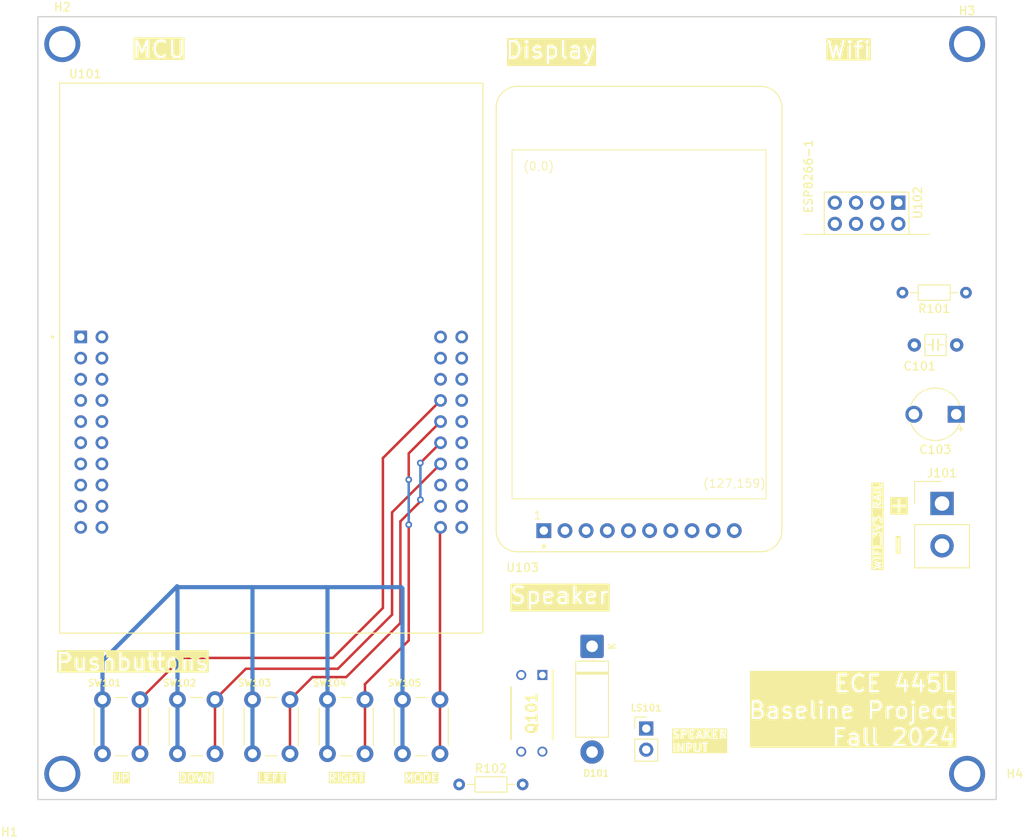
<source format=kicad_pcb>
(kicad_pcb (version 20241229) (generator "pcbnew") (generator_version "9.0")
  (title_block (title "ECE 445L Baseline Project") (date "2024-08-07") (rev "v1.0.1") (company "The University of Texas at Austin"))
  (layers (0 "F.Cu" signal) (2 "B.Cu" signal) (13 "F.Paste" user) (15 "B.Paste" user) (5 "F.SilkS" user "F.Silkscreen") (7 "B.SilkS" user "B.Silkscreen") (1 "F.Mask" user) (3 "B.Mask" user) (25 "Edge.Cuts" user))
  (net 0 "")
  (net 1 "/WIFI_3V3")
  (net 2 "GND")
  (net 3 "+3V3")
  (net 4 "Net-(D101-A)")
  (net 5 "Net-(U102-Ch_PD)")
  (net 7 "+5V")
  (net 8 "PB1")
  (net 9 "PC4")
  (net 10 "PC7")
  (net 11 "PC6")
  (net 12 "PC5")
  (net 13 "PF4")
  (net 14 "PA4")
  (net 15 "PD0")
  (net 16 "PB0")
  (net 17 "PE5")
  (net 18 "PE2")
  (net 19 "PB7")
  (net 20 "PD3")
  (net 21 "PA3")
  (net 22 "PE0")
  (net 23 "PD6")
  (net 24 "PB2")
  (net 25 "PA6")
  (net 26 "PE1")
  (net 27 "PD7")
  (net 28 "PA7")
  (net 29 "PE3")
  (net 30 "Net-(Q101-G)")
  (net 31 "PE4")
  (net 32 "PB5")
  (net 33 "PD2")
  (net 34 "PB6")
  (net 35 "PD1")
  (net 36 "PF3")
  (net 37 "PF0")
  (net 38 "PF2")
  (net 39 "PB3")
  (net 40 "PB4")
  (net 41 "PA2")
  (net 42 "PF1")
  (net 43 "PA5")
  (footprint "ECE445L:MountingHole_4_40" (layer "F.Cu") (at 143.51 34.29)
    (property "Reference" "H3" (at 0 -4 0) (layer "F.SilkS"))
    (property "Value" "~")
    (pad "1" thru_hole circle (at 0 0) (size 4.318 4.318) (drill 3.175) (layers "*.Cu" "*.Mask"))
  )
  (footprint "ECE445L:CP_Radial_Tantal200mil" (layer "F.Cu") (at 142.2 78.74 180)
    (property "Reference" "C103" (at 2.5 -4.25 180) (layer "F.SilkS"))
    (property "Value" "4.7uF")
    (fp_line (start -0.539749 -2.055) (end -0.539749 -1.455) (stroke (width 0.12)) (layer "F.SilkS"))
    (fp_line (start -0.839749 -1.755) (end -0.239749 -1.755) (stroke (width 0.12)) (layer "F.SilkS"))
    (fp_arc (start 5.434416 1.0922) (mid 2.5 3.1522) (end -0.434416 1.0922) (stroke (width 0.12)) (layer "F.SilkS"))
    (fp_arc (start -0.434416 -1.0922) (mid 2.5 -3.1522) (end 5.434416 -1.0922) (stroke (width 0.12)) (layer "F.SilkS"))
    (pad "1" thru_hole rect (at 0 0 180) (size 2.032 2.032) (drill 1.27) (layers "*.Cu" "*.Mask") (net 1 "/WIFI_3V3"))
    (pad "2" thru_hole circle (at 5.08 0 180) (size 2.032 2.032) (drill 1.27) (layers "*.Cu" "*.Mask") (net 2 "GND"))
  )
  (footprint "ECE445L:R_Axial_DIN0204_L3.6mm_D1.6mm_P7.62mm_Horizontal" (layer "F.Cu") (at 82.55 123.19)
    (property "Reference" "R102" (at 3.81 -1.92 0) (layer "F.SilkS"))
    (property "Value" "10k")
    (fp_line (start 0.94 0) (end 1.89 0) (stroke (width 0.12)) (layer "F.SilkS"))
    (fp_line (start 1.89 -0.92) (end 1.89 0.92) (stroke (width 0.12)) (layer "F.SilkS"))
    (fp_line (start 1.89 0.92) (end 5.73 0.92) (stroke (width 0.12)) (layer "F.SilkS"))
    (fp_line (start 5.73 -0.92) (end 1.89 -0.92) (stroke (width 0.12)) (layer "F.SilkS"))
    (fp_line (start 5.73 0.92) (end 5.73 -0.92) (stroke (width 0.12)) (layer "F.SilkS"))
    (fp_line (start 6.68 0) (end 5.73 0) (stroke (width 0.12)) (layer "F.SilkS"))
    (pad "1" thru_hole circle (at 0 0) (size 1.4 1.4) (drill 0.7) (layers "*.Cu" "*.Mask") (net 8 "PB1"))
    (pad "2" thru_hole oval (at 7.62 0) (size 1.4 1.4) (drill 0.7) (layers "*.Cu" "*.Mask") (net 30 "Net-(Q101-G)"))
  )
  (footprint "ECE445L:MountingHole_4_40" (layer "F.Cu") (at 34.925 121.92)
    (property "Reference" "H1" (at -6.35 6.985 0) (layer "F.SilkS"))
    (property "Value" "~")
    (pad "1" thru_hole circle (at 0 0) (size 4.318 4.318) (drill 3.175) (layers "*.Cu" "*.Mask"))
  )
  (footprint "Diode_THT:D_5W_P12.70mm_Horizontal" (layer "F.Cu") (at 98.5 106.6 -90)
    (property "Reference" "D101" (at 15.25 -0.5 0) (layer "F.SilkS") (effects (font (size 0.8 0.8))))
    (property "Value" "1V0")
    (fp_line (start 1.64 0) (end 1.78 0) (stroke (width 0.12)) (layer "F.SilkS"))
    (fp_line (start 11.06 0) (end 10.92 0) (stroke (width 0.12)) (layer "F.SilkS"))
    (fp_line (start 3.115 -1.97) (end 3.115 1.97) (stroke (width 0.12)) (layer "F.SilkS"))
    (fp_line (start 3.235 -1.97) (end 3.235 1.97) (stroke (width 0.12)) (layer "F.SilkS"))
    (fp_line (start 3.355 -1.97) (end 3.355 1.97) (stroke (width 0.12)) (layer "F.SilkS"))
    (fp_rect (start 1.78 -1.97) (end 10.92 1.97) (stroke (width 0.12)) (fill no) (layer "F.SilkS"))
    (fp_text user "K" (at 0 -2.4 90) (layer "F.SilkS") (effects (font (size 0.8 0.8))))
    (pad "1" thru_hole roundrect (at 0 0 270) (size 2.8 2.8) (drill 1.4) (layers "*.Cu" "*.Mask") (roundrect_rratio 0.089286) (net 3 "+3V3"))
    (pad "2" thru_hole circle (at 12.7 0 270) (size 2.8 2.8) (drill 1.4) (layers "*.Cu" "*.Mask") (net 4 "Net-(D101-A)"))
  )
  (footprint "Button_Switch_THT:SW_PUSH_6mm" (layer "F.Cu") (at 57.75 119.5 90)
    (property "Reference" "SW103" (at 8.5 0.25 180) (layer "F.SilkS") (effects (font (size 0.8 0.8))))
    (property "Value" "LEFT")
    (fp_line (start 5.5 -1) (end 1 -1) (stroke (width 0.12)) (layer "F.SilkS"))
    (fp_line (start -0.25 1.5) (end -0.25 3) (stroke (width 0.12)) (layer "F.SilkS"))
    (fp_line (start 6.75 3) (end 6.75 1.5) (stroke (width 0.12)) (layer "F.SilkS"))
    (fp_line (start 1 5.5) (end 5.5 5.5) (stroke (width 0.12)) (layer "F.SilkS"))
    (pad "1" thru_hole circle (at 0 0 180) (size 2 2) (drill 1.1) (layers "*.Cu" "*.Mask") (net 2 "GND"))
    (pad "1" thru_hole circle (at 6.5 0 180) (size 2 2) (drill 1.1) (layers "*.Cu" "*.Mask") (net 2 "GND"))
    (pad "2" thru_hole circle (at 0 4.5 180) (size 2 2) (drill 1.1) (layers "*.Cu" "*.Mask") (net 11 "PC6"))
    (pad "2" thru_hole circle (at 6.5 4.5 180) (size 2 2) (drill 1.1) (layers "*.Cu" "*.Mask") (net 11 "PC6"))
  )
  (footprint "Button_Switch_THT:SW_PUSH_6mm" (layer "F.Cu") (at 39.75 119.5 90)
    (property "Reference" "SW101" (at 8.5 0.25 180) (layer "F.SilkS") (effects (font (size 0.8 0.8))))
    (property "Value" "UP")
    (fp_line (start 5.5 -1) (end 1 -1) (stroke (width 0.12)) (layer "F.SilkS"))
    (fp_line (start -0.25 1.5) (end -0.25 3) (stroke (width 0.12)) (layer "F.SilkS"))
    (fp_line (start 6.75 3) (end 6.75 1.5) (stroke (width 0.12)) (layer "F.SilkS"))
    (fp_line (start 1 5.5) (end 5.5 5.5) (stroke (width 0.12)) (layer "F.SilkS"))
    (pad "1" thru_hole circle (at 0 0 180) (size 2 2) (drill 1.1) (layers "*.Cu" "*.Mask") (net 2 "GND"))
    (pad "1" thru_hole circle (at 6.5 0 180) (size 2 2) (drill 1.1) (layers "*.Cu" "*.Mask") (net 2 "GND"))
    (pad "2" thru_hole circle (at 0 4.5 180) (size 2 2) (drill 1.1) (layers "*.Cu" "*.Mask") (net 9 "PC4"))
    (pad "2" thru_hole circle (at 6.5 4.5 180) (size 2 2) (drill 1.1) (layers "*.Cu" "*.Mask") (net 9 "PC4"))
  )
  (footprint "Button_Switch_THT:SW_PUSH_6mm" (layer "F.Cu") (at 48.75 119.5 90)
    (property "Reference" "SW102" (at 8.5 0.25 180) (layer "F.SilkS") (effects (font (size 0.8 0.8))))
    (property "Value" "DOWN")
    (fp_line (start 5.5 -1) (end 1 -1) (stroke (width 0.12)) (layer "F.SilkS"))
    (fp_line (start -0.25 1.5) (end -0.25 3) (stroke (width 0.12)) (layer "F.SilkS"))
    (fp_line (start 6.75 3) (end 6.75 1.5) (stroke (width 0.12)) (layer "F.SilkS"))
    (fp_line (start 1 5.5) (end 5.5 5.5) (stroke (width 0.12)) (layer "F.SilkS"))
    (pad "1" thru_hole circle (at 0 0 180) (size 2 2) (drill 1.1) (layers "*.Cu" "*.Mask") (net 2 "GND"))
    (pad "1" thru_hole circle (at 6.5 0 180) (size 2 2) (drill 1.1) (layers "*.Cu" "*.Mask") (net 2 "GND"))
    (pad "2" thru_hole circle (at 0 4.5 180) (size 2 2) (drill 1.1) (layers "*.Cu" "*.Mask") (net 10 "PC7"))
    (pad "2" thru_hole circle (at 6.5 4.5 180) (size 2 2) (drill 1.1) (layers "*.Cu" "*.Mask") (net 10 "PC7"))
  )
  (footprint "ECE445L:MountingHole_4_40" (layer "F.Cu") (at 143.51 121.92)
    (property "Reference" "H4" (at 5.715 0 0) (layer "F.SilkS"))
    (property "Value" "~")
    (pad "1" thru_hole circle (at 0 0) (size 4.318 4.318) (drill 3.175) (layers "*.Cu" "*.Mask"))
  )
  (footprint "ECE445L:DIP920W60P254L490H457Q4N" (layer "F.Cu") (at 91.27 114.648 -90)
    (property "Reference" "Q101" (at 0 0 270) (layer "F.SilkS") (effects (font (size 1.27 1.27) (thickness 0.254))))
    (property "Value" "IRLD024PBF" (hide yes))
    (fp_line (start -3.145 2.5) (end 3.145 2.5) (stroke (width 0.2)) (layer "F.SilkS"))
    (fp_line (start -5.202 -2.5) (end 3.145 -2.5) (stroke (width 0.2)) (layer "F.SilkS"))
    (pad "1" thru_hole rect (at -4.602 -1.27 270) (size 1.2 1.2) (drill 0.8) (layers "*.Cu" "*.Mask") (net 4 "Net-(D101-A)"))
    (pad "2" thru_hole circle (at -4.602 1.27 270) (size 1.2 1.2) (drill 0.8) (layers "*.Cu" "*.Mask") (net 4 "Net-(D101-A)"))
    (pad "3" thru_hole circle (at 4.602 1.27 270) (size 1.2 1.2) (drill 0.8) (layers "*.Cu" "*.Mask") (net 30 "Net-(Q101-G)"))
    (pad "4" thru_hole circle (at 4.602 -1.27 270) (size 1.2 1.2) (drill 0.8) (layers "*.Cu" "*.Mask") (net 2 "GND"))
  )
  (footprint "ECE445L:R_Axial_DIN0204_L3.6mm_D1.6mm_P7.62mm_Horizontal" (layer "F.Cu") (at 143.37 64.135 180)
    (property "Reference" "R101" (at 3.81 -1.92 180) (layer "F.SilkS"))
    (property "Value" "10k")
    (fp_line (start 6.68 0) (end 5.73 0) (stroke (width 0.12)) (layer "F.SilkS"))
    (fp_line (start 5.73 0.92) (end 5.73 -0.92) (stroke (width 0.12)) (layer "F.SilkS"))
    (fp_line (start 5.73 -0.92) (end 1.89 -0.92) (stroke (width 0.12)) (layer "F.SilkS"))
    (fp_line (start 1.89 0.92) (end 5.73 0.92) (stroke (width 0.12)) (layer "F.SilkS"))
    (fp_line (start 1.89 -0.92) (end 1.89 0.92) (stroke (width 0.12)) (layer "F.SilkS"))
    (fp_line (start 0.94 0) (end 1.89 0) (stroke (width 0.12)) (layer "F.SilkS"))
    (pad "1" thru_hole circle (at 0 0 180) (size 1.4 1.4) (drill 0.7) (layers "*.Cu" "*.Mask") (net 1 "/WIFI_3V3"))
    (pad "2" thru_hole oval (at 7.62 0 180) (size 1.4 1.4) (drill 0.7) (layers "*.Cu" "*.Mask") (net 5 "Net-(U102-Ch_PD)"))
  )
  (footprint "Connector_PinHeader_2.54mm:PinHeader_1x02_P2.54mm_Vertical" (layer "F.Cu") (at 105 116.475)
    (property "Reference" "LS101" (at 0 -2.475 180) (layer "F.SilkS") (effects (font (size 0.8 0.8))))
    (property "Value" "Speaker")
    (fp_line (start -1.38 -1.38) (end 0 -1.38) (stroke (width 0.12)) (layer "F.SilkS"))
    (fp_line (start -1.38 0) (end -1.38 -1.38) (stroke (width 0.12)) (layer "F.SilkS"))
    (fp_line (start -1.38 1.27) (end -1.38 3.92) (stroke (width 0.12)) (layer "F.SilkS"))
    (fp_line (start -1.38 1.27) (end 1.38 1.27) (stroke (width 0.12)) (layer "F.SilkS"))
    (fp_line (start -1.38 3.92) (end 1.38 3.92) (stroke (width 0.12)) (layer "F.SilkS"))
    (fp_line (start 1.38 1.27) (end 1.38 3.92) (stroke (width 0.12)) (layer "F.SilkS"))
    (pad "1" thru_hole rect (at 0 0) (size 1.7 1.7) (drill 1) (layers "*.Cu" "*.Mask") (net 3 "+3V3"))
    (pad "2" thru_hole circle (at 0 2.54) (size 1.7 1.7) (drill 1) (layers "*.Cu" "*.Mask") (net 4 "Net-(D101-A)"))
  )
  (footprint "ECE445L:MountingHole_4_40" (layer "F.Cu") (at 34.925 34.29)
    (property "Reference" "H2" (at 0 -4.445 0) (layer "F.SilkS"))
    (property "Value" "~")
    (pad "1" thru_hole circle (at 0 0) (size 4.318 4.318) (drill 3.175) (layers "*.Cu" "*.Mask"))
  )
  (footprint "Button_Switch_THT:SW_PUSH_6mm" (layer "F.Cu") (at 75.75 119.5 90)
    (property "Reference" "SW105" (at 8.5 0.25 180) (layer "F.SilkS") (effects (font (size 0.8 0.8))))
    (property "Value" "MODE")
    (fp_line (start 5.5 -1) (end 1 -1) (stroke (width 0.12)) (layer "F.SilkS"))
    (fp_line (start -0.25 1.5) (end -0.25 3) (stroke (width 0.12)) (layer "F.SilkS"))
    (fp_line (start 6.75 3) (end 6.75 1.5) (stroke (width 0.12)) (layer "F.SilkS"))
    (fp_line (start 1 5.5) (end 5.5 5.5) (stroke (width 0.12)) (layer "F.SilkS"))
    (pad "1" thru_hole circle (at 0 0 180) (size 2 2) (drill 1.1) (layers "*.Cu" "*.Mask") (net 2 "GND"))
    (pad "1" thru_hole circle (at 6.5 0 180) (size 2 2) (drill 1.1) (layers "*.Cu" "*.Mask") (net 2 "GND"))
    (pad "2" thru_hole circle (at 0 4.5 180) (size 2 2) (drill 1.1) (layers "*.Cu" "*.Mask") (net 13 "PF4"))
    (pad "2" thru_hole circle (at 6.5 4.5 180) (size 2 2) (drill 1.1) (layers "*.Cu" "*.Mask") (net 13 "PF4"))
  )
  (footprint "ECE445L:PinHeader_2x04_P2.54mm_Vertical" (layer "F.Cu") (at 135.255 53.335 -90)
    (property "Reference" "U102" (at 0 -2.33 90) (layer "F.SilkS"))
    (property "Value" "ESP8266-1" (at -3.175 10.795 90) (layer "F.SilkS"))
    (fp_line (start -1.27 8.89) (end 3.81 8.89) (stroke (width 0.12)) (layer "F.SilkS"))
    (fp_line (start -1.27 -1.27) (end -1.27 8.89) (stroke (width 0.12)) (layer "F.SilkS"))
    (fp_line (start -1.27 -1.27) (end 3.81 -1.27) (stroke (width 0.12)) (layer "F.SilkS"))
    (fp_line (start 3.81 -3.81) (end 3.81 11.43) (stroke (width 0.12)) (layer "F.SilkS"))
    (pad "1" thru_hole rect (at 0 0 270) (size 1.7 1.7) (drill 1) (layers "*.Cu" "*.Mask") (net 27 "PD7"))
    (pad "2" thru_hole oval (at 0 2.54 270) (size 1.7 1.7) (drill 1) (layers "*.Cu" "*.Mask") (net 1 "/WIFI_3V3"))
    (pad "3" thru_hole oval (at 0 5.08 270) (size 1.7 1.7) (drill 1) (layers "*.Cu" "*.Mask") (net 40 "PB4"))
    (pad "4" thru_hole oval (at 0 7.62 270) (size 1.7 1.7) (drill 1) (layers "*.Cu" "*.Mask") (net 2 "GND"))
    (pad "5" thru_hole oval (at 2.54 7.62 270) (size 1.7 1.7) (drill 1) (layers "*.Cu" "*.Mask") (net 23 "PD6"))
    (pad "6" thru_hole oval (at 2.54 5.08 270) (size 1.7 1.7) (drill 1) (layers "*.Cu" "*.Mask") (net 5 "Net-(U102-Ch_PD)"))
    (pad "7" thru_hole oval (at 2.54 2.54 270) (size 1.7 1.7) (drill 1) (layers "*.Cu" "*.Mask") (net 32 "PB5"))
    (pad "8" thru_hole oval (at 2.54 0 270) (size 1.7 1.7) (drill 1) (layers "*.Cu" "*.Mask") (net 1 "/WIFI_3V3"))
  )
  (footprint "ECE445L:ti_EKTM4C123GXL" (layer "F.Cu") (at 60 72)
    (property "Reference" "U101" (at -22.325 -34.135 0) (layer "F.SilkS"))
    (property "Value" "EK-TM4C123GXL")
    (fp_line (start -25.4 -33.02) (end -25.4 33.02) (stroke (width 0.127)) (layer "F.SilkS"))
    (fp_line (start -25.4 33.02) (end 25.4 33.02) (stroke (width 0.127)) (layer "F.SilkS"))
    (fp_line (start 25.4 -33.02) (end -25.4 -33.02) (stroke (width 0.127)) (layer "F.SilkS"))
    (fp_line (start 25.4 33.02) (end 25.4 -33.02) (stroke (width 0.127)) (layer "F.SilkS"))
    (fp_circle (center -26.25 -2.54) (end -26.15 -2.54) (stroke (width 0.2)) (fill no) (layer "F.SilkS"))
    (pad "J1_1" thru_hole rect (at -22.86 -2.54) (size 1.52 1.52) (drill 0.89) (layers "*.Cu" "*.Mask") (net 3 "+3V3"))
    (pad "J1_2" thru_hole circle (at -22.86 0) (size 1.52 1.52) (drill 0.89) (layers "*.Cu" "*.Mask") (net 32 "PB5"))
    (pad "J1_3" thru_hole circle (at -22.86 2.54) (size 1.52 1.52) (drill 0.89) (layers "*.Cu" "*.Mask") (net 16 "PB0"))
    (pad "J1_4" thru_hole circle (at -22.86 5.08) (size 1.52 1.52) (drill 0.89) (layers "*.Cu" "*.Mask") (net 8 "PB1"))
    (pad "J1_5" thru_hole circle (at -22.86 7.62) (size 1.52 1.52) (drill 0.89) (layers "*.Cu" "*.Mask") (net 31 "PE4"))
    (pad "J1_6" thru_hole circle (at -22.86 10.16) (size 1.52 1.52) (drill 0.89) (layers "*.Cu" "*.Mask") (net 17 "PE5"))
    (pad "J1_7" thru_hole circle (at -22.86 12.7) (size 1.52 1.52) (drill 0.89) (layers "*.Cu" "*.Mask") (net 40 "PB4"))
    (pad "J1_8" thru_hole circle (at -22.86 15.24) (size 1.52 1.52) (drill 0.89) (layers "*.Cu" "*.Mask") (net 43 "PA5"))
    (pad "J1_9" thru_hole circle (at -22.86 17.78) (size 1.52 1.52) (drill 0.89) (layers "*.Cu" "*.Mask") (net 25 "PA6"))
    (pad "J1_10" thru_hole circle (at -22.86 20.32) (size 1.52 1.52) (drill 0.89) (layers "*.Cu" "*.Mask") (net 28 "PA7"))
    (pad "J2_1" thru_hole circle (at 22.86 -2.54) (size 1.52 1.52) (drill 0.89) (layers "*.Cu" "*.Mask") (net 2 "GND"))
    (pad "J2_2" thru_hole circle (at 22.86 0) (size 1.52 1.52) (drill 0.89) (layers "*.Cu" "*.Mask") (net 24 "PB2"))
    (pad "J2_3" thru_hole circle (at 22.86 2.54) (size 1.52 1.52) (drill 0.89) (layers "*.Cu" "*.Mask") (net 22 "PE0"))
    (pad "J2_4" thru_hole circle (at 22.86 5.08) (size 1.52 1.52) (drill 0.89) (layers "*.Cu" "*.Mask") (net 37 "PF0"))
    (pad "J2_5" thru_hole circle (at 22.86 7.62) (size 1.52 1.52) (drill 0.89) (layers "*.Cu" "*.Mask"))
    (pad "J2_6" thru_hole circle (at 22.86 10.16) (size 1.52 1.52) (drill 0.89) (layers "*.Cu" "*.Mask") (net 19 "PB7"))
    (pad "J2_7" thru_hole circle (at 22.86 12.7) (size 1.52 1.52) (drill 0.89) (layers "*.Cu" "*.Mask") (net 34 "PB6"))
    (pad "J2_8" thru_hole circle (at 22.86 15.24) (size 1.52 1.52) (drill 0.89) (layers "*.Cu" "*.Mask") (net 14 "PA4"))
    (pad "J2_9" thru_hole circle (at 22.86 17.78) (size 1.52 1.52) (drill 0.89) (layers "*.Cu" "*.Mask") (net 21 "PA3"))
    (pad "J2_10" thru_hole circle (at 22.86 20.32) (size 1.52 1.52) (drill 0.89) (layers "*.Cu" "*.Mask") (net 41 "PA2"))
    (pad "J3_1" thru_hole circle (at -20.32 -2.54) (size 1.52 1.52) (drill 0.89) (layers "*.Cu" "*.Mask") (net 7 "+5V"))
    (pad "J3_2" thru_hole circle (at -20.32 0) (size 1.52 1.52) (drill 0.89) (layers "*.Cu" "*.Mask") (net 2 "GND"))
    (pad "J3_3" thru_hole circle (at -20.32 2.54) (size 1.52 1.52) (drill 0.89) (layers "*.Cu" "*.Mask") (net 15 "PD0"))
    (pad "J3_4" thru_hole circle (at -20.32 5.08) (size 1.52 1.52) (drill 0.89) (layers "*.Cu" "*.Mask") (net 35 "PD1"))
    (pad "J3_5" thru_hole circle (at -20.32 7.62) (size 1.52 1.52) (drill 0.89) (layers "*.Cu" "*.Mask") (net 33 "PD2"))
    (pad "J3_6" thru_hole circle (at -20.32 10.16) (size 1.52 1.52) (drill 0.89) (layers "*.Cu" "*.Mask") (net 20 "PD3"))
    (pad "J3_7" thru_hole circle (at -20.32 12.7) (size 1.52 1.52) (drill 0.89) (layers "*.Cu" "*.Mask") (net 26 "PE1"))
    (pad "J3_8" thru_hole circle (at -20.32 15.24) (size 1.52 1.52) (drill 0.89) (layers "*.Cu" "*.Mask") (net 18 "PE2"))
    (pad "J3_9" thru_hole circle (at -20.32 17.78) (size 1.52 1.52) (drill 0.89) (layers "*.Cu" "*.Mask") (net 29 "PE3"))
    (pad "J3_10" thru_hole circle (at -20.32 20.32) (size 1.52 1.52) (drill 0.89) (layers "*.Cu" "*.Mask") (net 42 "PF1"))
    (pad "J4_1" thru_hole circle (at 20.32 -2.54) (size 1.52 1.52) (drill 0.89) (layers "*.Cu" "*.Mask") (net 38 "PF2"))
    (pad "J4_2" thru_hole circle (at 20.32 0) (size 1.52 1.52) (drill 0.89) (layers "*.Cu" "*.Mask") (net 36 "PF3"))
    (pad "J4_3" thru_hole circle (at 20.32 2.54) (size 1.52 1.52) (drill 0.89) (layers "*.Cu" "*.Mask") (net 39 "PB3"))
    (pad "J4_4" thru_hole circle (at 20.32 5.08) (size 1.52 1.52) (drill 0.89) (layers "*.Cu" "*.Mask") (net 9 "PC4"))
    (pad "J4_5" thru_hole circle (at 20.32 7.62) (size 1.52 1.52) (drill 0.89) (layers "*.Cu" "*.Mask") (net 12 "PC5"))
    (pad "J4_6" thru_hole circle (at 20.32 10.16) (size 1.52 1.52) (drill 0.89) (layers "*.Cu" "*.Mask") (net 11 "PC6"))
    (pad "J4_7" thru_hole circle (at 20.32 12.7) (size 1.52 1.52) (drill 0.89) (layers "*.Cu" "*.Mask") (net 10 "PC7"))
    (pad "J4_8" thru_hole circle (at 20.32 15.24) (size 1.52 1.52) (drill 0.89) (layers "*.Cu" "*.Mask") (net 23 "PD6"))
    (pad "J4_9" thru_hole circle (at 20.32 17.78) (size 1.52 1.52) (drill 0.89) (layers "*.Cu" "*.Mask") (net 27 "PD7"))
    (pad "J4_10" thru_hole circle (at 20.32 20.32) (size 1.52 1.52) (drill 0.89) (layers "*.Cu" "*.Mask") (net 13 "PF4"))
  )
  (footprint "ECE445L:adafruit_st7735r2" (layer "F.Cu") (at 104.14 67.31)
    (property "Reference" "U103" (at -13.97 29.845 0) (layer "F.SilkS"))
    (property "Value" "Adafruit ST7735R")
    (fp_line (start -17.145 -25.4) (end -17.145 25.4) (stroke (width 0.127)) (layer "F.SilkS"))
    (fp_line (start -14.605 27.94) (end 14.605 27.94) (stroke (width 0.127)) (layer "F.SilkS"))
    (fp_line (start 14.605 -27.94) (end -14.605 -27.94) (stroke (width 0.127)) (layer "F.SilkS"))
    (fp_line (start 17.145 25.4) (end 17.145 -25.4) (stroke (width 0.127)) (layer "F.SilkS"))
    (fp_rect (start -15.24 -20.32) (end 15.24 21.59) (stroke (width 0.1)) (fill no) (layer "F.SilkS"))
    (fp_arc (start -17.145 -25.4) (mid -16.401051 -27.196051) (end -14.605 -27.94) (stroke (width 0.127)) (layer "F.SilkS"))
    (fp_arc (start -14.605 27.94) (mid -16.401051 27.196051) (end -17.145 25.4) (stroke (width 0.127)) (layer "F.SilkS"))
    (fp_arc (start 14.605 -27.94) (mid 16.401051 -27.196051) (end 17.145 -25.4) (stroke (width 0.127)) (layer "F.SilkS"))
    (fp_arc (start 17.145 25.4) (mid 16.401051 27.196051) (end 14.605 27.94) (stroke (width 0.127)) (layer "F.SilkS"))
    (fp_circle (center -11.43 27.305) (end -11.2776 27.305) (stroke (width 0.2032)) (fill no) (layer "F.SilkS"))
    (fp_text user "(0,0)" (at -13.97 -17.78 0) (layer "F.SilkS") (effects (font (thickness 0.1)) (justify left bottom)))
    (fp_text user "(127,159)" (at 7.62 20.32 0) (layer "F.SilkS") (effects (font (thickness 0.1)) (justify left bottom)))
    (fp_text user "1" (at -12.7 24.13 0) (layer "F.SilkS") (effects (font (thickness 0.1)) (justify left bottom)))
    (pad "" np_thru_hole circle (at -14.605 -25.4 90) (size 2.2 2.2) (drill 2.2) (layers "*.Cu" "*.Mask"))
    (pad "" np_thru_hole circle (at -14.605 25.4 90) (size 2.2 2.2) (drill 2.2) (layers "*.Cu" "*.Mask"))
    (pad "" np_thru_hole circle (at 14.605 -25.4 90) (size 2.2 2.2) (drill 2.2) (layers "*.Cu" "*.Mask"))
    (pad "" np_thru_hole circle (at 14.605 25.4 90) (size 2.2 2.2) (drill 2.2) (layers "*.Cu" "*.Mask"))
    (pad "1" thru_hole rect (at -11.43 25.4 90) (size 1.778 1.778) (drill 1.016) (layers "*.Cu" "*.Mask") (net 2 "GND"))
    (pad "2" thru_hole circle (at -8.89 25.4 90) (size 1.778 1.778) (drill 1.016) (layers "*.Cu" "*.Mask") (net 3 "+3V3"))
    (pad "3" thru_hole circle (at -6.35 25.4 90) (size 1.778 1.778) (drill 1.016) (layers "*.Cu" "*.Mask") (net 28 "PA7"))
    (pad "4" thru_hole circle (at -3.81 25.4 90) (size 1.778 1.778) (drill 1.016) (layers "*.Cu" "*.Mask") (net 25 "PA6"))
    (pad "5" thru_hole circle (at -1.27 25.4 90) (size 1.778 1.778) (drill 1.016) (layers "*.Cu" "*.Mask") (net 16 "PB0"))
    (pad "6" thru_hole circle (at 1.27 25.4 90) (size 1.778 1.778) (drill 1.016) (layers "*.Cu" "*.Mask") (net 21 "PA3"))
    (pad "7" thru_hole circle (at 3.81 25.4 90) (size 1.778 1.778) (drill 1.016) (layers "*.Cu" "*.Mask") (net 43 "PA5"))
    (pad "8" thru_hole circle (at 6.35 25.4 90) (size 1.778 1.778) (drill 1.016) (layers "*.Cu" "*.Mask") (net 41 "PA2"))
    (pad "9" thru_hole circle (at 8.89 25.4 90) (size 1.778 1.778) (drill 1.016) (layers "*.Cu" "*.Mask") (net 14 "PA4"))
    (pad "10" thru_hole circle (at 11.43 25.4 90) (size 1.778 1.778) (drill 1.016) (layers "*.Cu" "*.Mask") (net 3 "+3V3"))
  )
  (footprint "Button_Switch_THT:SW_PUSH_6mm" (layer "F.Cu") (at 66.75 119.5 90)
    (property "Reference" "SW104" (at 8.5 0.25 180) (layer "F.SilkS") (effects (font (size 0.8 0.8))))
    (property "Value" "RIGHT")
    (fp_line (start 5.5 -1) (end 1 -1) (stroke (width 0.12)) (layer "F.SilkS"))
    (fp_line (start -0.25 1.5) (end -0.25 3) (stroke (width 0.12)) (layer "F.SilkS"))
    (fp_line (start 6.75 3) (end 6.75 1.5) (stroke (width 0.12)) (layer "F.SilkS"))
    (fp_line (start 1 5.5) (end 5.5 5.5) (stroke (width 0.12)) (layer "F.SilkS"))
    (pad "1" thru_hole circle (at 0 0 180) (size 2 2) (drill 1.1) (layers "*.Cu" "*.Mask") (net 2 "GND"))
    (pad "1" thru_hole circle (at 6.5 0 180) (size 2 2) (drill 1.1) (layers "*.Cu" "*.Mask") (net 2 "GND"))
    (pad "2" thru_hole circle (at 0 4.5 180) (size 2 2) (drill 1.1) (layers "*.Cu" "*.Mask") (net 12 "PC5"))
    (pad "2" thru_hole circle (at 6.5 4.5 180) (size 2 2) (drill 1.1) (layers "*.Cu" "*.Mask") (net 12 "PC5"))
  )
  (footprint "Connector_Samtec_HPM_THT:Samtec_HPM-02-01-x-S_Straight_1x02_Pitch5.08mm" (layer "F.Cu") (at 140.5 89.455)
    (property "Reference" "J101" (at 0 -3.65 0) (layer "F.SilkS"))
    (property "Value" "EXT_3V3")
    (fp_line (start -3.285 -2.65) (end 0 -2.65) (stroke (width 0.12)) (layer "F.SilkS"))
    (fp_line (start -3.285 0) (end -3.285 -2.65) (stroke (width 0.12)) (layer "F.SilkS"))
    (fp_line (start -3.285 2.54) (end -3.285 7.73) (stroke (width 0.12)) (layer "F.SilkS"))
    (fp_line (start -3.285 2.54) (end 3.285 2.54) (stroke (width 0.12)) (layer "F.SilkS"))
    (fp_line (start -3.285 7.73) (end 3.285 7.73) (stroke (width 0.12)) (layer "F.SilkS"))
    (fp_line (start 3.285 2.54) (end 3.285 7.73) (stroke (width 0.12)) (layer "F.SilkS"))
    (pad "1" thru_hole rect (at 0 0) (size 2.8 2.8) (drill 1.75) (layers "*.Cu" "*.Mask") (net 1 "/WIFI_3V3"))
    (pad "2" thru_hole circle (at 0 5.08) (size 2.8 2.8) (drill 1.75) (layers "*.Cu" "*.Mask") (net 2 "GND"))
  )
  (footprint "ECE445L:C_Axial_200mil" (layer "F.Cu") (at 142.25625 70.42 180)
    (property "Reference" "C101" (at 4.445 -2.54 180) (layer "F.SilkS"))
    (property "Value" "100nF")
    (fp_line (start 3.81 1.27) (end 3.81 -1.27) (stroke (width 0.12)) (layer "F.SilkS"))
    (fp_line (start 3.81 -1.27) (end 1.27 -1.27) (stroke (width 0.12)) (layer "F.SilkS"))
    (fp_line (start 3.4925 0) (end 2.8575 0) (stroke (width 0.12)) (layer "F.SilkS"))
    (fp_line (start 2.8575 0.635) (end 2.8575 -0.635) (stroke (width 0.2032)) (layer "F.SilkS"))
    (fp_line (start 2.2225 0.635) (end 2.2225 -0.635) (stroke (width 0.2032)) (layer "F.SilkS"))
    (fp_line (start 2.2225 0) (end 1.5875 0) (stroke (width 0.12)) (layer "F.SilkS"))
    (fp_line (start 1.27 1.27) (end 3.81 1.27) (stroke (width 0.12)) (layer "F.SilkS"))
    (fp_line (start 1.27 -1.27) (end 1.27 1.27) (stroke (width 0.12)) (layer "F.SilkS"))
    (pad "1" thru_hole circle (at 0 0 180) (size 1.6 1.6) (drill 0.8) (layers "*.Cu" "*.Mask") (net 1 "/WIFI_3V3"))
    (pad "2" thru_hole oval (at 5.08 0 180) (size 1.6 1.6) (drill 0.8) (layers "*.Cu" "*.Mask") (net 2 "GND"))
  )
  (gr_rect (start 32 31) (end 147 125) (stroke (width 0.15)) (fill no) (layer "Edge.Cuts"))
  (gr_text "Display" (at 88 35 0) (layer "F.SilkS" knockout) (effects (font (size 2 2) (thickness 0.25)) (justify left)))
  (gr_text "Speaker" (at 88.5 100.5 0) (layer "F.SilkS" knockout) (effects (font (size 2 2) (thickness 0.25)) (justify left)))
  (gr_text "+" (at 134 90.75 0) (layer "F.SilkS" knockout) (effects (font (size 2 2)) (justify left bottom)))
  (gr_text "DOWN" (at 51 123 0) (layer "F.SilkS" knockout) (effects (font (size 1 1)) (justify bottom)))
  (gr_text "MCU" (at 43.18 34.925 0) (layer "F.SilkS" knockout) (effects (font (size 2 2) (thickness 0.25)) (justify left)))
  (gr_text "UP" (at 42 123 0) (layer "F.SilkS" knockout) (effects (font (size 1 1)) (justify bottom)))
  (gr_text "MODE" (at 78 123 0) (layer "F.SilkS" knockout) (effects (font (size 1 1)) (justify bottom)))
  (gr_text "WIFI_3V3 RAIL" (at 132.75 97.5 90) (layer "F.SilkS" knockout) (effects (font (size 1 1)) (justify left)))
  (gr_text "ECE 445L\nBaseline Project\nFall 2024" (at 142.24 114.3 0) (layer "F.SilkS" knockout) (effects (font (size 2 2) (thickness 0.25)) (justify right)))
  (gr_text "Wifi" (at 126.5 35 0) (layer "F.SilkS" knockout) (effects (font (size 2 2) (thickness 0.25)) (justify left)))
  (gr_text "SPEAKER\nINPUT" (at 108 118 0) (layer "F.SilkS" knockout) (effects (font (size 1 1)) (justify left)))
  (gr_text "-" (at 136.25 95.75 90) (layer "F.SilkS" knockout) (effects (font (size 2 2)) (justify left bottom)))
  (gr_text "Pushbuttons" (at 34 108.5 0) (layer "F.SilkS" knockout) (effects (font (size 2 2) (thickness 0.25)) (justify left)))
  (gr_text "LEFT" (at 60 123 0) (layer "F.SilkS" knockout) (effects (font (size 1 1)) (justify bottom)))
  (gr_text "RIGHT" (at 69 123 0) (layer "F.SilkS" knockout) (effects (font (size 1 1)) (justify bottom)))
  (segment (start 66.75 113) (end 66.75 99.65) (width 0.5) (layer "B.Cu") (net 2))
  (segment (start 39.75 108.35) (end 48.7 99.4) (width 0.5) (layer "B.Cu") (net 2))
  (segment (start 75.75 99.65) (end 75.6 99.5) (width 0.5) (layer "B.Cu") (net 2))
  (segment (start 48.75 99.45) (end 48.7 99.4) (width 0.5) (layer "B.Cu") (net 2))
  (segment (start 48.7 99.4) (end 48.8 99.5) (width 0.5) (layer "B.Cu") (net 2))
  (segment (start 57.75 113) (end 57.75 99.55) (width 0.5) (layer "B.Cu") (net 2))
  (segment (start 48.75 119.5) (end 48.75 113) (width 0.5) (layer "B.Cu") (net 2))
  (segment (start 75.75 113) (end 75.75 99.65) (width 0.5) (layer "B.Cu") (net 2))
  (segment (start 66.75 99.65) (end 66.6 99.5) (width 0.5) (layer "B.Cu") (net 2))
  (segment (start 66.75 119.5) (end 66.75 113) (width 0.5) (layer "B.Cu") (net 2))
  (segment (start 66.6 99.5) (end 75.6 99.5) (width 0.5) (layer "B.Cu") (net 2))
  (segment (start 48.75 113) (end 48.75 99.45) (width 0.5) (layer "B.Cu") (net 2))
  (segment (start 57.75 99.55) (end 57.7 99.5) (width 0.5) (layer "B.Cu") (net 2))
  (segment (start 75.75 119.5) (end 75.75 113) (width 0.5) (layer "B.Cu") (net 2))
  (segment (start 57.75 119.5) (end 57.75 113) (width 0.5) (layer "B.Cu") (net 2))
  (segment (start 39.75 119.5) (end 39.75 113) (width 0.5) (layer "B.Cu") (net 2))
  (segment (start 39.75 113) (end 39.75 108.35) (width 0.5) (layer "B.Cu") (net 2))
  (segment (start 48.8 99.5) (end 57.7 99.5) (width 0.5) (layer "B.Cu") (net 2))
  (segment (start 57.7 99.5) (end 66.6 99.5) (width 0.5) (layer "B.Cu") (net 2))
  (segment (start 98.785 119.015) (end 98.5 119.3) (width 0.5) (layer "F.Cu") (net 4))
  (segment (start 67.4 108) (end 73.4 102) (width 0.3) (layer "F.Cu") (net 9))
  (segment (start 49.25 108) (end 67.4 108) (width 0.3) (layer "F.Cu") (net 9))
  (segment (start 73.4 84) (end 80.32 77.08) (width 0.3) (layer "F.Cu") (net 9))
  (segment (start 73.4 102) (end 73.4 84) (width 0.3) (layer "F.Cu") (net 9))
  (segment (start 44.25 119.5) (end 44.25 113) (width 0.3) (layer "F.Cu") (net 9))
  (segment (start 44.25 113) (end 49.25 108) (width 0.3) (layer "F.Cu") (net 9))
  (segment (start 53.25 119.5) (end 53.25 113) (width 0.3) (layer "F.Cu") (net 10))
  (segment (start 68 109.3) (end 74.5 102.8) (width 0.3) (layer "F.Cu") (net 10))
  (segment (start 53.25 113) (end 56.95 109.3) (width 0.3) (layer "F.Cu") (net 10))
  (segment (start 74.5 102.8) (end 74.5 90.52) (width 0.3) (layer "F.Cu") (net 10))
  (segment (start 74.5 90.52) (end 80.32 84.7) (width 0.3) (layer "F.Cu") (net 10))
  (segment (start 56.95 109.3) (end 68 109.3) (width 0.3) (layer "F.Cu") (net 10))
  (segment (start 75.5 103.8) (end 69 110.3) (width 0.3) (layer "F.Cu") (net 11))
  (segment (start 75.5 91.6) (end 75.5 103.8) (width 0.3) (layer "F.Cu") (net 11))
  (segment (start 77.9 89) (end 77.9 89.2) (width 0.3) (layer "F.Cu") (net 11))
  (segment (start 69 110.3) (end 64.95 110.3) (width 0.3) (layer "F.Cu") (net 11))
  (segment (start 64.95 110.3) (end 62.25 113) (width 0.3) (layer "F.Cu") (net 11))
  (segment (start 77.9 89.2) (end 75.5 91.6) (width 0.3) (layer "F.Cu") (net 11))
  (segment (start 77.89 84.59) (end 80.32 82.16) (width 0.3) (layer "F.Cu") (net 11))
  (segment (start 62.25 113) (end 62.25 119.5) (width 0.3) (layer "F.Cu") (net 11))
  (via (at 77.9 89) (size 0.8) (drill 0.4) (layers "F.Cu" "B.Cu") (net 11))
  (via (at 77.89 84.59) (size 0.8) (drill 0.4) (layers "F.Cu" "B.Cu") (net 11))
  (segment (start 77.9 84.6) (end 77.9 89) (width 0.3) (layer "B.Cu") (net 11))
  (segment (start 77.89 84.59) (end 77.9 84.6) (width 0.3) (layer "B.Cu") (net 11))
  (segment (start 76.5 83.44) (end 80.32 79.62) (width 0.3) (layer "F.Cu") (net 12))
  (segment (start 71.25 111.15) (end 71.25 119.5) (width 0.3) (layer "F.Cu") (net 12))
  (segment (start 76.5 86.6) (end 76.5 83.44) (width 0.3) (layer "F.Cu") (net 12))
  (segment (start 76.5 92) (end 76.5 105.9) (width 0.3) (layer "F.Cu") (net 12))
  (segment (start 76.5 105.9) (end 71.25 111.15) (width 0.3) (layer "F.Cu") (net 12))
  (via (at 76.5 92) (size 0.8) (drill 0.4) (layers "F.Cu" "B.Cu") (net 12))
  (via (at 76.5 86.6) (size 0.8) (drill 0.4) (layers "F.Cu" "B.Cu") (net 12))
  (segment (start 76.5 92) (end 76.5 86.6) (width 0.3) (layer "B.Cu") (net 12))
  (segment (start 80.25 119.5) (end 80.25 92.39) (width 0.3) (layer "F.Cu") (net 13))
  (segment (start 80.25 92.39) (end 80.32 92.32) (width 0.3) (layer "F.Cu") (net 13))
  (segment (start 82.86 73.94) (end 82.86 74.54) (width 0.3) (layer "F.Cu") (net 22))
  (segment (start 39.68 84.52) (end 39.68 84.7) (width 0.3) (layer "F.Cu") (net 26))
)
</source>
